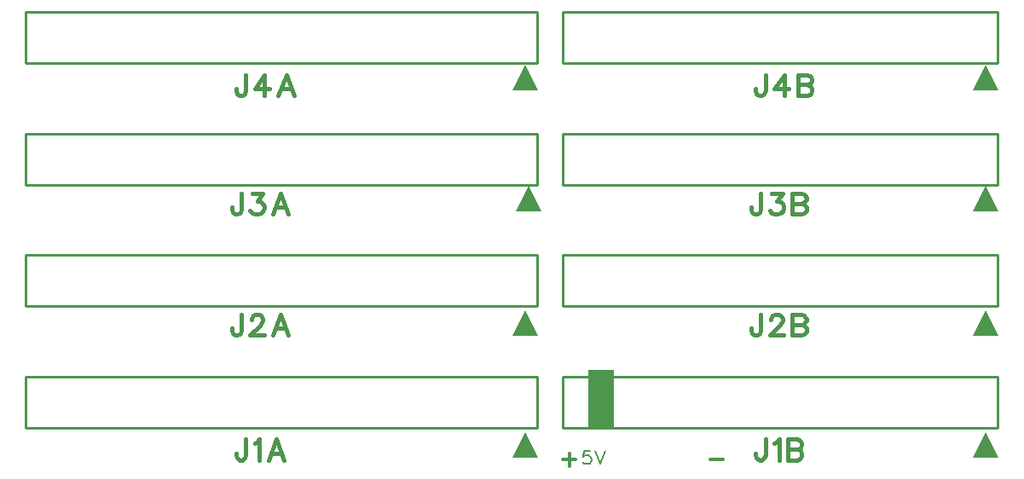
<source format=gbr>
G04 DipTrace 4.3.0.5*
G04 TopSilk.gbr*
%MOMM*%
G04 #@! TF.FileFunction,Legend,Top*
G04 #@! TF.Part,Single*
%ADD10C,0.25*%
%ADD17C,0.3*%
%ADD33C,0.19608*%
%ADD34C,0.44444*%
%FSLAX35Y35*%
G04*
G71*
G90*
G75*
G01*
G04 TopSilk*
%LPD*%
X254000Y-381000D2*
D10*
Y127000D1*
X-4826000D1*
Y-381000D1*
X254000D1*
Y-1587500D2*
Y-1079500D1*
X-4826000D1*
Y-1587500D1*
X254000D1*
X4826000D2*
Y-1079500D1*
X508000D1*
Y-1587500D1*
X4826000D1*
Y-381000D2*
Y127000D1*
X508000D1*
Y-381000D1*
X4826000D1*
X254000Y-2794000D2*
Y-2286000D1*
X-4826000D1*
Y-2794000D1*
X254000D1*
X4826000D2*
Y-2286000D1*
X508000D1*
Y-2794000D1*
X4826000D1*
X254000Y-4000500D2*
Y-3492500D1*
X-4826000D1*
Y-4000500D1*
X254000D1*
X4826000D2*
Y-3492500D1*
X508000D1*
Y-4000500D1*
X4826000D1*
G36*
X4704797Y-2833877D2*
X4577797Y-3087877D1*
X4831793D1*
D1*
X4704797Y-2833877D1*
G37*
G36*
X132837D2*
X5837Y-3087877D1*
X259837D1*
D1*
X132837Y-2833877D1*
G37*
G36*
X4704797Y-1595627D2*
X4577797Y-1849627D1*
X4831793D1*
D1*
X4704797Y-1595627D1*
G37*
G36*
X164587D2*
X37587Y-1849627D1*
X291587D1*
D1*
X164587Y-1595627D1*
G37*
G36*
X4704797Y-393193D2*
X4577797Y-647190D1*
X4831793D1*
D1*
X4704797Y-393193D1*
G37*
G36*
X132837D2*
X5837Y-647190D1*
X259837D1*
D1*
X132837Y-393193D1*
G37*
G36*
X4704797Y-4040377D2*
X4577797Y-4294377D1*
X4831793D1*
D1*
X4704797Y-4040377D1*
G37*
G36*
X132837D2*
X5837Y-4294377D1*
X259837D1*
D1*
X132837Y-4040377D1*
G37*
G36*
X762000Y-3429000D2*
X1016000D1*
Y-4000500D1*
X762000D1*
Y-3429000D1*
G37*
X571500Y-4254500D2*
D17*
Y-4381500D1*
X508000Y-4318000D2*
X635000D1*
X1968500D2*
X2095500D1*
X-2640869Y-496333D2*
D34*
Y-651767D1*
X-2650528Y-680967D1*
X-2660411Y-690625D1*
X-2679728Y-700508D1*
X-2699269D1*
X-2718586Y-690625D1*
X-2728245Y-680967D1*
X-2738128Y-651767D1*
Y-632450D1*
X-2454722Y-700508D2*
Y-496557D1*
X-2551980Y-632450D1*
X-2406205D1*
X-2161658Y-700508D2*
X-2239599Y-496333D1*
X-2317316Y-700508D1*
X-2288116Y-632450D2*
X-2190858D1*
X2518464Y-496333D2*
Y-651767D1*
X2508806Y-680967D1*
X2498922Y-690625D1*
X2479606Y-700508D1*
X2460064D1*
X2440747Y-690625D1*
X2431089Y-680967D1*
X2421206Y-651767D1*
Y-632450D1*
X2704611Y-700508D2*
Y-496557D1*
X2607353Y-632450D1*
X2753128D1*
X2842017Y-496333D2*
Y-700508D1*
X2929617D1*
X2958817Y-690625D1*
X2968476Y-680967D1*
X2978134Y-661650D1*
Y-632450D1*
X2968476Y-612908D1*
X2958817Y-603250D1*
X2929617Y-593591D1*
X2958817Y-583708D1*
X2968476Y-574050D1*
X2978134Y-554733D1*
Y-535191D1*
X2968476Y-515874D1*
X2958817Y-505991D1*
X2929617Y-496333D1*
X2842017D1*
Y-593591D2*
X2929617D1*
X-2684559Y-2877583D2*
Y-3033017D1*
X-2694218Y-3062217D1*
X-2704101Y-3071875D1*
X-2723418Y-3081758D1*
X-2742959D1*
X-2762276Y-3071875D1*
X-2771935Y-3062217D1*
X-2781818Y-3033017D1*
Y-3013700D1*
X-2585787Y-2926324D2*
Y-2916666D1*
X-2576129Y-2897124D1*
X-2566470Y-2887466D1*
X-2546929Y-2877807D1*
X-2508070D1*
X-2488754Y-2887466D1*
X-2479095Y-2897124D1*
X-2469212Y-2916666D1*
Y-2935983D1*
X-2479095Y-2955524D1*
X-2498412Y-2984500D1*
X-2595670Y-3081758D1*
X-2459554D1*
X-2215006D2*
X-2292948Y-2877583D1*
X-2370665Y-3081758D1*
X-2341465Y-3013700D2*
X-2244206D1*
X2474774Y-2877583D2*
Y-3033017D1*
X2465116Y-3062217D1*
X2455232Y-3071875D1*
X2435916Y-3081758D1*
X2416374D1*
X2397057Y-3071875D1*
X2387399Y-3062217D1*
X2377516Y-3033017D1*
Y-3013700D1*
X2573546Y-2926324D2*
Y-2916666D1*
X2583204Y-2897124D1*
X2592863Y-2887466D1*
X2612404Y-2877807D1*
X2651263D1*
X2670580Y-2887466D1*
X2680238Y-2897124D1*
X2690121Y-2916666D1*
Y-2935983D1*
X2680238Y-2955524D1*
X2660921Y-2984500D1*
X2563663Y-3081758D1*
X2699780D1*
X2788669Y-2877583D2*
Y-3081758D1*
X2876269D1*
X2905469Y-3071875D1*
X2915127Y-3062217D1*
X2924786Y-3042900D1*
Y-3013700D1*
X2915127Y-2994158D1*
X2905469Y-2984500D1*
X2876269Y-2974841D1*
X2905469Y-2964958D1*
X2915127Y-2955300D1*
X2924786Y-2935983D1*
Y-2916441D1*
X2915127Y-2897124D1*
X2905469Y-2887241D1*
X2876269Y-2877583D1*
X2788669D1*
Y-2974841D2*
X2876269D1*
X-2684559Y-1675149D2*
Y-1830583D1*
X-2694218Y-1859783D1*
X-2704101Y-1869442D1*
X-2723418Y-1879325D1*
X-2742959D1*
X-2762276Y-1869442D1*
X-2771935Y-1859783D1*
X-2781818Y-1830583D1*
Y-1811266D1*
X-2576129Y-1675374D2*
X-2469437D1*
X-2527612Y-1753091D1*
X-2498412D1*
X-2479095Y-1762749D1*
X-2469437Y-1772408D1*
X-2459554Y-1801608D1*
Y-1820925D1*
X-2469437Y-1850125D1*
X-2488754Y-1869666D1*
X-2517954Y-1879325D1*
X-2547154D1*
X-2576129Y-1869666D1*
X-2585787Y-1859783D1*
X-2595670Y-1840466D1*
X-2215006Y-1879325D2*
X-2292948Y-1675149D1*
X-2370665Y-1879325D1*
X-2341465Y-1811266D2*
X-2244206D1*
X2474774Y-1675149D2*
Y-1830583D1*
X2465116Y-1859783D1*
X2455232Y-1869442D1*
X2435916Y-1879325D1*
X2416374D1*
X2397057Y-1869442D1*
X2387399Y-1859783D1*
X2377516Y-1830583D1*
Y-1811266D1*
X2583204Y-1675374D2*
X2689897D1*
X2631721Y-1753091D1*
X2660921D1*
X2680238Y-1762749D1*
X2689897Y-1772408D1*
X2699780Y-1801608D1*
Y-1820925D1*
X2689897Y-1850125D1*
X2670580Y-1869666D1*
X2641380Y-1879325D1*
X2612180D1*
X2583204Y-1869666D1*
X2573546Y-1859783D1*
X2563663Y-1840466D1*
X2788669Y-1675149D2*
Y-1879325D1*
X2876269D1*
X2905469Y-1869442D1*
X2915127Y-1859783D1*
X2924786Y-1840466D1*
Y-1811266D1*
X2915127Y-1791725D1*
X2905469Y-1782066D1*
X2876269Y-1772408D1*
X2905469Y-1762525D1*
X2915127Y-1752866D1*
X2924786Y-1733549D1*
Y-1714008D1*
X2915127Y-1694691D1*
X2905469Y-1684808D1*
X2876269Y-1675149D1*
X2788669D1*
Y-1772408D2*
X2876269D1*
X-2640869Y-4115833D2*
Y-4271267D1*
X-2650528Y-4300467D1*
X-2660411Y-4310125D1*
X-2679728Y-4320008D1*
X-2699269D1*
X-2718586Y-4310125D1*
X-2728245Y-4300467D1*
X-2738128Y-4271267D1*
Y-4251950D1*
X-2551980Y-4154916D2*
X-2532439Y-4145033D1*
X-2503239Y-4116057D1*
Y-4320008D1*
X-2258692D2*
X-2336633Y-4115833D1*
X-2414350Y-4320008D1*
X-2385150Y-4251950D2*
X-2287892D1*
X2518464Y-4115833D2*
Y-4271267D1*
X2508806Y-4300467D1*
X2498922Y-4310125D1*
X2479606Y-4320008D1*
X2460064D1*
X2440747Y-4310125D1*
X2431089Y-4300467D1*
X2421206Y-4271267D1*
Y-4251950D1*
X2607353Y-4154916D2*
X2626894Y-4145033D1*
X2656094Y-4116057D1*
Y-4320008D1*
X2744983Y-4115833D2*
Y-4320008D1*
X2832583D1*
X2861783Y-4310125D1*
X2871442Y-4300467D1*
X2881100Y-4281150D1*
Y-4251950D1*
X2871442Y-4232408D1*
X2861783Y-4222750D1*
X2832583Y-4213091D1*
X2861783Y-4203208D1*
X2871442Y-4193550D1*
X2881100Y-4174233D1*
Y-4154691D1*
X2871442Y-4135374D1*
X2861783Y-4125491D1*
X2832583Y-4115833D1*
X2744983D1*
Y-4213091D2*
X2832583D1*
X781164Y-4234215D2*
D33*
X720517D1*
X714481Y-4288825D1*
X720517Y-4282789D1*
X738767Y-4276612D1*
X756877D1*
X775127Y-4282789D1*
X787340Y-4294862D1*
X793377Y-4313112D1*
Y-4325185D1*
X787340Y-4343435D1*
X775127Y-4355648D1*
X756877Y-4361685D1*
X738767D1*
X720517Y-4355648D1*
X714481Y-4349471D1*
X708304Y-4337398D1*
X832593Y-4234075D2*
X881166Y-4361685D1*
X929739Y-4234075D1*
M02*

</source>
